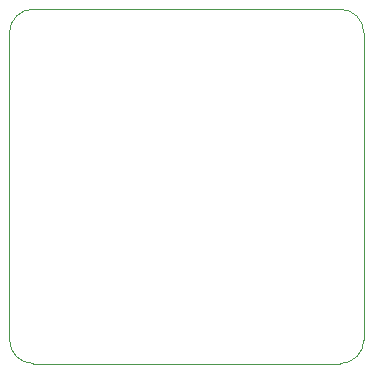
<source format=gbr>
%TF.GenerationSoftware,KiCad,Pcbnew,(6.0.10)*%
%TF.CreationDate,2023-02-13T21:08:55-05:00*%
%TF.ProjectId,module_board,6d6f6475-6c65-45f6-926f-6172642e6b69,rev?*%
%TF.SameCoordinates,Original*%
%TF.FileFunction,Profile,NP*%
%FSLAX46Y46*%
G04 Gerber Fmt 4.6, Leading zero omitted, Abs format (unit mm)*
G04 Created by KiCad (PCBNEW (6.0.10)) date 2023-02-13 21:08:55*
%MOMM*%
%LPD*%
G01*
G04 APERTURE LIST*
%TA.AperFunction,Profile*%
%ADD10C,0.100000*%
%TD*%
G04 APERTURE END LIST*
D10*
X145000000Y-103000000D02*
X145000000Y-77000000D01*
X173000000Y-105000000D02*
G75*
G03*
X175000000Y-103000000I0J2000000D01*
G01*
X175000000Y-77000000D02*
G75*
G03*
X173000000Y-75000000I-2000000J0D01*
G01*
X145000000Y-103000000D02*
G75*
G03*
X147000000Y-105000000I2000000J0D01*
G01*
X173000000Y-105000000D02*
X147000000Y-105000000D01*
X175000000Y-77000000D02*
X175000000Y-103000000D01*
X147000000Y-75000000D02*
G75*
G03*
X145000000Y-77000000I0J-2000000D01*
G01*
X147000000Y-75000000D02*
X173000000Y-75000000D01*
M02*

</source>
